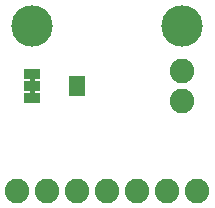
<source format=gbs>
G75*
%MOIN*%
%OFA0B0*%
%FSLAX25Y25*%
%IPPOS*%
%LPD*%
%AMOC8*
5,1,8,0,0,1.08239X$1,22.5*
%
%ADD10C,0.08200*%
%ADD11R,0.05800X0.03300*%
%ADD12C,0.13800*%
%ADD13C,0.00500*%
D10*
X0143333Y0095000D03*
X0153333Y0095000D03*
X0163333Y0095000D03*
X0173333Y0095000D03*
X0183333Y0095000D03*
X0193333Y0095000D03*
X0203333Y0095000D03*
X0198333Y0125000D03*
X0198333Y0135000D03*
D11*
X0163333Y0131600D03*
X0163333Y0128400D03*
X0148333Y0130000D03*
X0148333Y0126000D03*
X0148333Y0134000D03*
D12*
X0148333Y0150000D03*
X0198333Y0150000D03*
D13*
X0148833Y0132750D02*
X0147833Y0132750D01*
X0147833Y0131250D01*
X0148833Y0131250D01*
X0148833Y0132750D01*
X0148833Y0132373D02*
X0147833Y0132373D01*
X0147833Y0131875D02*
X0148833Y0131875D01*
X0148833Y0131376D02*
X0147833Y0131376D01*
X0147833Y0128750D02*
X0147833Y0127250D01*
X0148833Y0127250D01*
X0148833Y0128750D01*
X0147833Y0128750D01*
X0147833Y0128385D02*
X0148833Y0128385D01*
X0148833Y0127887D02*
X0147833Y0127887D01*
X0147833Y0127388D02*
X0148833Y0127388D01*
M02*

</source>
